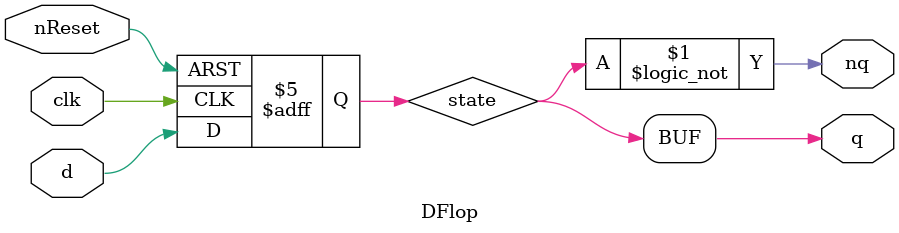
<source format=sv>


module konami_502 (p01_io, p02_io, p03_io, p04_io, p05_i, p06_i, p07_i, 
                   p08_i, p09_i, p10_i, p11_i, p12_i, p13_i, /*p14_i,*/ 
                   p15_o, p16_o, p17_o, p18_o, p19_o, p20_o, p21_o, 
                   p22_o, p23_io, p24_io, p25_io, p26_io, p27_i /*, p28_i */);
inout  p01_io;
inout p02_io;
inout p03_io;
inout p04_io;
input p05_i;
input p06_i;
input p07_i;
input p08_i;
input p09_i;
input p10_i;
input p11_i;
input p12_i;
input p13_i;
//input p14_i;
output p15_o;
output p16_o;
output p17_o;
output p18_o;
output p19_o;
output p20_o;
output p21_o;
output p22_o;
inout p23_io;
inout p24_io;
inout p25_io;
inout p26_io;
input p27_i;
//input p28_i;
  
reg [3:0] da;
  
wire [3:0] io = {p10_i, p11_i, p12_i, p13_i};
  
wire drive_da;
wire drive_db;
  
wire custom_drives = ~p06_i;
  
wire [3:0] driven_da = drive_da ? io : 4'b0;
wire [3:0] driven_db = io;
  
  assign {p01_io, p02_io, p03_io, p04_io} = custom_drives == 1'b1 ? driven_da : 4'bZ;
  assign {p26_io, p25_io, p24_io, p23_io} = custom_drives == 1'b1 ? driven_db : 4'bZ;

wire flop1q;
DFlop flop1(.d(p09_i), .clk(p08_i), .nReset(s27_i), .q(flop1q), .nq());

wire flop2q;
wire flop2nq;
DFlop flop2(.d(flop2nq), .clk(flop1q), .nReset(s27_i), .q(flop2q), .nq(flop2nq));

wire flop3q;
wire flop3nq;
DFlop flop3(.d(flop2q), .clk(p07_i), .nReset(s27_i), .q(flop3q), .nq(flop3nq));

assign p22_o = flop3q;

wire flop4q;
wire flop4nq;
DFlop flop4(.d(flop3q), .clk(~p07_i), .nReset(s27_i), .q(flop4q), .nq(flop4nq));

assign p20_o = flop4nq;

wire flop5q;
wire flop5nq;
DFlop flop5(.d(flop4q), .clk(p05_i), .nReset(s27_i), .q(flop5q), .nq(flop5nq));

assign p21_o = flop5q;
  
assign drive_da = flop4q;
assign drive_db = flop4nq;
  
reg [3:0] cc;
  
wire [3:0] da_in = {p01_io, p02_io, p03_io, p04_io};
wire [3:0] db_in = {p26_io, p25_io, p24_io, p23_io};
  
  assign cc = p05_i ? (p21_o ? da_in : db_in) : cc;
  
assign {p18_o, p17_o, p16_o, p15_o} = cc;

assign p19_o = ~(|cc);

endmodule


module DFlop(d, clk, nReset, q, nq);
  
  input d, clk, nReset;
  output q, nq;
  
  reg state = 1'b0;
  
  assign q = state;
  assign nq = !state;
  
  always @(posedge clk or negedge nReset)
     begin
       if (nReset == 1'b0)
        begin
          state = 1'b0;
        end
        else
        begin
          state = d;
       end
    end
  
  
endmodule
</source>
